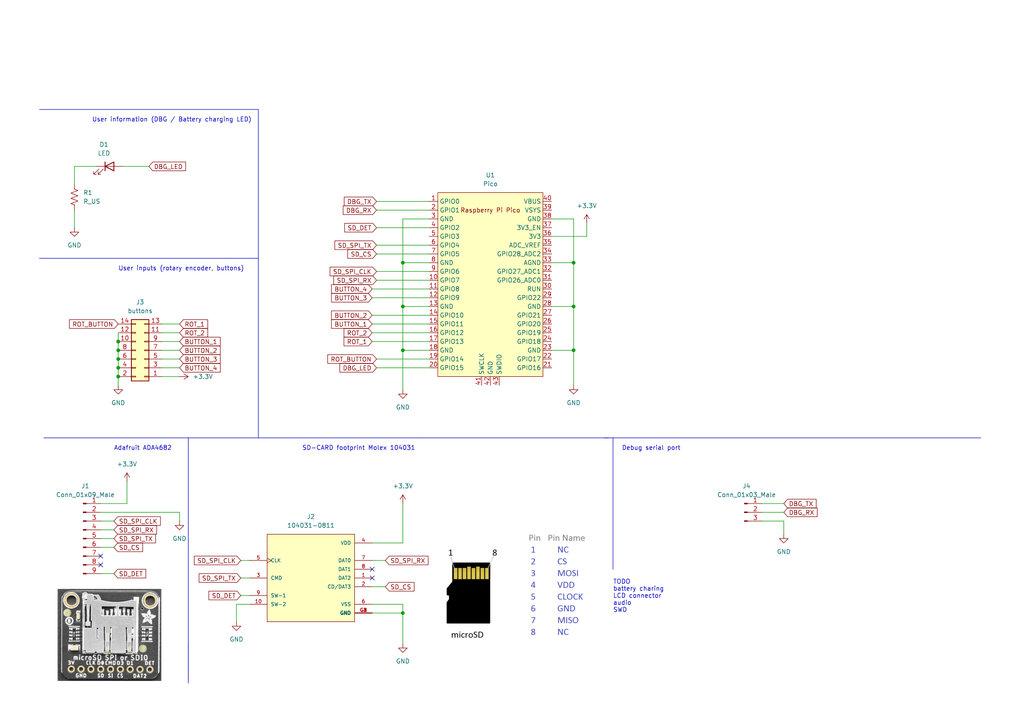
<source format=kicad_sch>
(kicad_sch (version 20230121) (generator eeschema)
  (paper "A4")
  (lib_symbols
    (symbol "104031-0811:104031-0811" (pin_names (offset 1.016))
      (property "Reference" "J" (at -12.7 13.462 0))
      (property "Value" "104031-0811" (at -12.7 -15.24 0))
      (symbol "104031-0811_0_0"
        (rectangle (start -12.7 -12.7) (end 12.7 12.7) (stroke (width 0.1524)) (fill (type background)))
        (pin bidirectional line (at 17.78 0 180) (length 5.08) (name "DAT2") (number "1"))
        (pin passive line (at -17.78 -7.62 0) (length 5.08) (name "SW-2") (number "10"))
        (pin bidirectional line (at 17.78 -2.54 180) (length 5.08) (name "CD/DAT3") (number "2"))
        (pin bidirectional line (at -17.78 0 0) (length 5.08) (name "CMD") (number "3"))
        (pin power_in line (at 17.78 10.16 180) (length 5.08) (name "VDD") (number "4"))
        (pin input clock (at -17.78 5.08 0) (length 5.08) (name "CLK") (number "5"))
        (pin power_in line (at 17.78 -7.62 180) (length 5.08) (name "VSS") (number "6"))
        (pin bidirectional line (at 17.78 5.08 180) (length 5.08) (name "DAT0") (number "7"))
        (pin bidirectional line (at 17.78 2.54 180) (length 5.08) (name "DAT1") (number "8"))
        (pin passive line (at -17.78 -5.08 0) (length 5.08) (name "SW-1") (number "9"))
        (pin power_in line (at 17.78 -10.16 180) (length 5.08) (name "GND") (number "G1"))
        (pin power_in line (at 17.78 -10.16 180) (length 5.08) (name "GND") (number "G2"))
        (pin power_in line (at 17.78 -10.16 180) (length 5.08) (name "GND") (number "G3"))
        (pin power_in line (at 17.78 -10.16 180) (length 5.08) (name "GND") (number "G4"))
      )
    )
    (symbol "Connector:Conn_01x03_Male" (pin_names (offset 1.016) hide)
      (property "Reference" "J" (at 0 5.08 0))
      (property "Value" "Conn_01x03_Male" (at 0 -5.08 0))
      (symbol "Conn_01x03_Male_1_1"
        (polyline (pts (xy 1.27 -2.54) (xy 0.8636 -2.54)) (stroke (width 0.1524)))
        (polyline (pts (xy 1.27 0) (xy 0.8636 0)) (stroke (width 0.1524)))
        (polyline (pts (xy 1.27 2.54) (xy 0.8636 2.54)) (stroke (width 0.1524)))
        (rectangle (start 0.8636 -2.413) (end 0 -2.667) (stroke (width 0.1524)) (fill (type outline)))
        (rectangle (start 0.8636 0.127) (end 0 -0.127) (stroke (width 0.1524)) (fill (type outline)))
        (rectangle (start 0.8636 2.667) (end 0 2.413) (stroke (width 0.1524)) (fill (type outline)))
        (pin passive line (at 5.08 2.54 180) (length 3.81) (name "Pin_1") (number "1"))
        (pin passive line (at 5.08 0 180) (length 3.81) (name "Pin_2") (number "2"))
        (pin passive line (at 5.08 -2.54 180) (length 3.81) (name "Pin_3") (number "3"))
      )
    )
    (symbol "Connector:Conn_01x09_Male" (pin_names (offset 1.016) hide)
      (property "Reference" "J" (at 0 12.7 0))
      (property "Value" "Conn_01x09_Male" (at 0 -12.7 0))
      (symbol "Conn_01x09_Male_1_1"
        (polyline (pts (xy 1.27 -10.16) (xy 0.8636 -10.16)) (stroke (width 0.1524)))
        (polyline (pts (xy 1.27 -7.62) (xy 0.8636 -7.62)) (stroke (width 0.1524)))
        (polyline (pts (xy 1.27 -5.08) (xy 0.8636 -5.08)) (stroke (width 0.1524)))
        (polyline (pts (xy 1.27 -2.54) (xy 0.8636 -2.54)) (stroke (width 0.1524)))
        (polyline (pts (xy 1.27 0) (xy 0.8636 0)) (stroke (width 0.1524)))
        (polyline (pts (xy 1.27 2.54) (xy 0.8636 2.54)) (stroke (width 0.1524)))
        (polyline (pts (xy 1.27 5.08) (xy 0.8636 5.08)) (stroke (width 0.1524)))
        (polyline (pts (xy 1.27 7.62) (xy 0.8636 7.62)) (stroke (width 0.1524)))
        (polyline (pts (xy 1.27 10.16) (xy 0.8636 10.16)) (stroke (width 0.1524)))
        (rectangle (start 0.8636 -10.033) (end 0 -10.287) (stroke (width 0.1524)) (fill (type outline)))
        (rectangle (start 0.8636 -7.493) (end 0 -7.747) (stroke (width 0.1524)) (fill (type outline)))
        (rectangle (start 0.8636 -4.953) (end 0 -5.207) (stroke (width 0.1524)) (fill (type outline)))
        (rectangle (start 0.8636 -2.413) (end 0 -2.667) (stroke (width 0.1524)) (fill (type outline)))
        (rectangle (start 0.8636 0.127) (end 0 -0.127) (stroke (width 0.1524)) (fill (type outline)))
        (rectangle (start 0.8636 2.667) (end 0 2.413) (stroke (width 0.1524)) (fill (type outline)))
        (rectangle (start 0.8636 5.207) (end 0 4.953) (stroke (width 0.1524)) (fill (type outline)))
        (rectangle (start 0.8636 7.747) (end 0 7.493) (stroke (width 0.1524)) (fill (type outline)))
        (rectangle (start 0.8636 10.287) (end 0 10.033) (stroke (width 0.1524)) (fill (type outline)))
        (pin passive line (at 5.08 10.16 180) (length 3.81) (name "Pin_1") (number "1"))
        (pin passive line (at 5.08 7.62 180) (length 3.81) (name "Pin_2") (number "2"))
        (pin passive line (at 5.08 5.08 180) (length 3.81) (name "Pin_3") (number "3"))
        (pin passive line (at 5.08 2.54 180) (length 3.81) (name "Pin_4") (number "4"))
        (pin passive line (at 5.08 0 180) (length 3.81) (name "Pin_5") (number "5"))
        (pin passive line (at 5.08 -2.54 180) (length 3.81) (name "Pin_6") (number "6"))
        (pin passive line (at 5.08 -5.08 180) (length 3.81) (name "Pin_7") (number "7"))
        (pin passive line (at 5.08 -7.62 180) (length 3.81) (name "Pin_8") (number "8"))
        (pin passive line (at 5.08 -10.16 180) (length 3.81) (name "Pin_9") (number "9"))
      )
    )
    (symbol "Connector_Generic:Conn_02x07_Odd_Even" (pin_names (offset 1.016) hide)
      (property "Reference" "J" (at 1.27 10.16 0))
      (property "Value" "Conn_02x07_Odd_Even" (at 1.27 -10.16 0))
      (symbol "Conn_02x07_Odd_Even_1_1"
        (rectangle (start -1.27 -7.493) (end 0 -7.747) (stroke (width 0.1524)))
        (rectangle (start -1.27 -4.953) (end 0 -5.207) (stroke (width 0.1524)))
        (rectangle (start -1.27 -2.413) (end 0 -2.667) (stroke (width 0.1524)))
        (rectangle (start -1.27 0.127) (end 0 -0.127) (stroke (width 0.1524)))
        (rectangle (start -1.27 2.667) (end 0 2.413) (stroke (width 0.1524)))
        (rectangle (start -1.27 5.207) (end 0 4.953) (stroke (width 0.1524)))
        (rectangle (start -1.27 7.747) (end 0 7.493) (stroke (width 0.1524)))
        (rectangle (start -1.27 8.89) (end 3.81 -8.89) (stroke (width 0.254)) (fill (type background)))
        (rectangle (start 3.81 -7.493) (end 2.54 -7.747) (stroke (width 0.1524)))
        (rectangle (start 3.81 -4.953) (end 2.54 -5.207) (stroke (width 0.1524)))
        (rectangle (start 3.81 -2.413) (end 2.54 -2.667) (stroke (width 0.1524)))
        (rectangle (start 3.81 0.127) (end 2.54 -0.127) (stroke (width 0.1524)))
        (rectangle (start 3.81 2.667) (end 2.54 2.413) (stroke (width 0.1524)))
        (rectangle (start 3.81 5.207) (end 2.54 4.953) (stroke (width 0.1524)))
        (rectangle (start 3.81 7.747) (end 2.54 7.493) (stroke (width 0.1524)))
        (pin passive line (at -5.08 7.62 0) (length 3.81) (name "Pin_1") (number "1"))
        (pin passive line (at 7.62 -2.54 180) (length 3.81) (name "Pin_10") (number "10"))
        (pin passive line (at -5.08 -5.08 0) (length 3.81) (name "Pin_11") (number "11"))
        (pin passive line (at 7.62 -5.08 180) (length 3.81) (name "Pin_12") (number "12"))
        (pin passive line (at -5.08 -7.62 0) (length 3.81) (name "Pin_13") (number "13"))
        (pin passive line (at 7.62 -7.62 180) (length 3.81) (name "Pin_14") (number "14"))
        (pin passive line (at 7.62 7.62 180) (length 3.81) (name "Pin_2") (number "2"))
        (pin passive line (at -5.08 5.08 0) (length 3.81) (name "Pin_3") (number "3"))
        (pin passive line (at 7.62 5.08 180) (length 3.81) (name "Pin_4") (number "4"))
        (pin passive line (at -5.08 2.54 0) (length 3.81) (name "Pin_5") (number "5"))
        (pin passive line (at 7.62 2.54 180) (length 3.81) (name "Pin_6") (number "6"))
        (pin passive line (at -5.08 0 0) (length 3.81) (name "Pin_7") (number "7"))
        (pin passive line (at 7.62 0 180) (length 3.81) (name "Pin_8") (number "8"))
        (pin passive line (at -5.08 -2.54 0) (length 3.81) (name "Pin_9") (number "9"))
      )
    )
    (symbol "Device:LED" (pin_numbers hide) (pin_names (offset 1.016) hide)
      (property "Reference" "D" (at 0 2.54 0))
      (property "Value" "LED" (at 0 -2.54 0))
      (symbol "LED_0_1"
        (polyline (pts (xy -1.27 -1.27) (xy -1.27 1.27)) (stroke (width 0.254)))
        (polyline (pts (xy -1.27 0) (xy 1.27 0)))
        (polyline (pts (xy 1.27 -1.27) (xy 1.27 1.27) (xy -1.27 0) (xy 1.27 -1.27)) (stroke (width 0.254)))
        (polyline (pts (xy -3.048 -0.762) (xy -4.572 -2.286) (xy -3.81 -2.286) (xy -4.572 -2.286) (xy -4.572 -1.524)))
        (polyline (pts (xy -1.778 -0.762) (xy -3.302 -2.286) (xy -2.54 -2.286) (xy -3.302 -2.286) (xy -3.302 -1.524)))
      )
      (symbol "LED_1_1"
        (pin passive line (at -3.81 0 0) (length 2.54) (name "K") (number "1"))
        (pin passive line (at 3.81 0 180) (length 2.54) (name "A") (number "2"))
      )
    )
    (symbol "Device:R_US" (pin_numbers hide) (pin_names (offset 0))
      (property "Reference" "R" (at 2.54 0 90))
      (property "Value" "R_US" (at -2.54 0 90))
      (symbol "R_US_0_1"
        (polyline (pts (xy 0 -2.286) (xy 0 -2.54)))
        (polyline (pts (xy 0 2.286) (xy 0 2.54)))
        (polyline (pts (xy 0 -0.762) (xy 1.016 -1.143) (xy 0 -1.524) (xy -1.016 -1.905) (xy 0 -2.286)))
        (polyline (pts (xy 0 0.762) (xy 1.016 0.381) (xy 0 0) (xy -1.016 -0.381) (xy 0 -0.762)))
        (polyline (pts (xy 0 2.286) (xy 1.016 1.905) (xy 0 1.524) (xy -1.016 1.143) (xy 0 0.762)))
      )
      (symbol "R_US_1_1"
        (pin passive line (at 0 3.81 270) (length 1.27) (name "~") (number "1"))
        (pin passive line (at 0 -3.81 90) (length 1.27) (name "~") (number "2"))
      )
    )
    (symbol "MCU_RaspberryPi_and_Boards:Pico"
      (property "Reference" "U" (at -13.97 27.94 0))
      (property "Value" "Pico" (at 0 19.05 0))
      (symbol "Pico_0_0"
        (text "Raspberry Pi Pico" (at 0 21.59 0) (effects (font (size 1.27 1.27))))
      )
      (symbol "Pico_0_1"
        (rectangle (start -15.24 26.67) (end 15.24 -26.67) (fill (type background)))
      )
      (symbol "Pico_1_1"
        (pin bidirectional line (at -17.78 24.13 0) (length 2.54) (name "GPIO0") (number "1"))
        (pin bidirectional line (at -17.78 1.27 0) (length 2.54) (name "GPIO7") (number "10"))
        (pin bidirectional line (at -17.78 -1.27 0) (length 2.54) (name "GPIO8") (number "11"))
        (pin bidirectional line (at -17.78 -3.81 0) (length 2.54) (name "GPIO9") (number "12"))
        (pin power_in line (at -17.78 -6.35 0) (length 2.54) (name "GND") (number "13"))
        (pin bidirectional line (at -17.78 -8.89 0) (length 2.54) (name "GPIO10") (number "14"))
        (pin bidirectional line (at -17.78 -11.43 0) (length 2.54) (name "GPIO11") (number "15"))
        (pin bidirectional line (at -17.78 -13.97 0) (length 2.54) (name "GPIO12") (number "16"))
        (pin bidirectional line (at -17.78 -16.51 0) (length 2.54) (name "GPIO13") (number "17"))
        (pin power_in line (at -17.78 -19.05 0) (length 2.54) (name "GND") (number "18"))
        (pin bidirectional line (at -17.78 -21.59 0) (length 2.54) (name "GPIO14") (number "19"))
        (pin bidirectional line (at -17.78 21.59 0) (length 2.54) (name "GPIO1") (number "2"))
        (pin bidirectional line (at -17.78 -24.13 0) (length 2.54) (name "GPIO15") (number "20"))
        (pin bidirectional line (at 17.78 -24.13 180) (length 2.54) (name "GPIO16") (number "21"))
        (pin bidirectional line (at 17.78 -21.59 180) (length 2.54) (name "GPIO17") (number "22"))
        (pin power_in line (at 17.78 -19.05 180) (length 2.54) (name "GND") (number "23"))
        (pin bidirectional line (at 17.78 -16.51 180) (length 2.54) (name "GPIO18") (number "24"))
        (pin bidirectional line (at 17.78 -13.97 180) (length 2.54) (name "GPIO19") (number "25"))
        (pin bidirectional line (at 17.78 -11.43 180) (length 2.54) (name "GPIO20") (number "26"))
        (pin bidirectional line (at 17.78 -8.89 180) (length 2.54) (name "GPIO21") (number "27"))
        (pin power_in line (at 17.78 -6.35 180) (length 2.54) (name "GND") (number "28"))
        (pin bidirectional line (at 17.78 -3.81 180) (length 2.54) (name "GPIO22") (number "29"))
        (pin power_in line (at -17.78 19.05 0) (length 2.54) (name "GND") (number "3"))
        (pin input line (at 17.78 -1.27 180) (length 2.54) (name "RUN") (number "30"))
        (pin bidirectional line (at 17.78 1.27 180) (length 2.54) (name "GPIO26_ADC0") (number "31"))
        (pin bidirectional line (at 17.78 3.81 180) (length 2.54) (name "GPIO27_ADC1") (number "32"))
        (pin power_in line (at 17.78 6.35 180) (length 2.54) (name "AGND") (number "33"))
        (pin bidirectional line (at 17.78 8.89 180) (length 2.54) (name "GPIO28_ADC2") (number "34"))
        (pin power_in line (at 17.78 11.43 180) (length 2.54) (name "ADC_VREF") (number "35"))
        (pin power_in line (at 17.78 13.97 180) (length 2.54) (name "3V3") (number "36"))
        (pin input line (at 17.78 16.51 180) (length 2.54) (name "3V3_EN") (number "37"))
        (pin bidirectional line (at 17.78 19.05 180) (length 2.54) (name "GND") (number "38"))
        (pin power_in line (at 17.78 21.59 180) (length 2.54) (name "VSYS") (number "39"))
        (pin bidirectional line (at -17.78 16.51 0) (length 2.54) (name "GPIO2") (number "4"))
        (pin power_in line (at 17.78 24.13 180) (length 2.54) (name "VBUS") (number "40"))
        (pin input line (at -2.54 -29.21 90) (length 2.54) (name "SWCLK") (number "41"))
        (pin power_in line (at 0 -29.21 90) (length 2.54) (name "GND") (number "42"))
        (pin bidirectional line (at 2.54 -29.21 90) (length 2.54) (name "SWDIO") (number "43"))
        (pin bidirectional line (at -17.78 13.97 0) (length 2.54) (name "GPIO3") (number "5"))
        (pin bidirectional line (at -17.78 11.43 0) (length 2.54) (name "GPIO4") (number "6"))
        (pin bidirectional line (at -17.78 8.89 0) (length 2.54) (name "GPIO5") (number "7"))
        (pin power_in line (at -17.78 6.35 0) (length 2.54) (name "GND") (number "8"))
        (pin bidirectional line (at -17.78 3.81 0) (length 2.54) (name "GPIO6") (number "9"))
      )
    )
    (symbol "power:+3.3V" (power) (pin_names (offset 0))
      (property "Value" "+3.3V" (at 0 3.556 0))
      (symbol "+3.3V_0_1"
        (polyline (pts (xy -0.762 1.27) (xy 0 2.54)))
        (polyline (pts (xy 0 0) (xy 0 2.54)))
        (polyline (pts (xy 0 2.54) (xy 0.762 1.27)))
      )
      (symbol "+3.3V_1_1"
        (pin power_in line (at 0 0 90) (length 0) hide (name "+3.3V") (number "1"))
      )
    )
    (symbol "power:GND" (power) (pin_names (offset 0))
      (property "Value" "GND" (at 0 -3.81 0))
      (symbol "GND_0_1"
        (polyline (pts (xy 0 0) (xy 0 -1.27) (xy 1.27 -1.27) (xy 0 -2.54) (xy -1.27 -1.27) (xy 0 -1.27)))
      )
      (symbol "GND_1_1"
        (pin power_in line (at 0 0 270) (length 0) hide (name "GND") (number "1"))
      )
    )
  )
  (junction (at 34.29 99.06))
  (junction (at 34.29 101.6))
  (junction (at 34.29 106.68))
  (junction (at 34.29 104.14))
  (junction (at 34.29 109.22))
  (junction (at 116.84 88.9))
  (junction (at 166.37 76.2))
  (junction (at 116.84 101.6))
  (junction (at 116.84 76.2))
  (junction (at 116.84 177.8))
  (junction (at 166.37 88.9))
  (junction (at 166.37 101.6))
  (no_connect (at 29.21 161.29))
  (no_connect (at 107.95 167.64))
  (no_connect (at 107.95 165.1))
  (no_connect (at 29.21 163.83))
  (wire (pts (xy 34.29 106.68) (xy 34.29 109.22)))
  (wire (pts (xy 68.58 175.26) (xy 68.58 180.34)))
  (wire (pts (xy 107.95 96.52) (xy 124.46 96.52)))
  (wire (pts (xy 52.07 148.59) (xy 52.07 151.13)))
  (wire (pts (xy 107.95 170.18) (xy 111.76 170.18)))
  (wire (pts (xy 116.84 157.48) (xy 116.84 146.05)))
  (polyline (pts (xy 11.43 74.93) (xy 74.93 74.93)))
  (wire (pts (xy 166.37 88.9) (xy 166.37 101.6)))
  (wire (pts (xy 36.83 146.05) (xy 36.83 139.7)))
  (wire (pts (xy 34.29 96.52) (xy 34.29 99.06)))
  (wire (pts (xy 46.99 96.52) (xy 52.07 96.52)))
  (wire (pts (xy 109.22 81.28) (xy 124.46 81.28)))
  (wire (pts (xy 220.98 146.05) (xy 227.33 146.05)))
  (polyline (pts (xy 74.93 127) (xy 74.93 74.93)))
  (wire (pts (xy 116.84 76.2) (xy 116.84 88.9)))
  (polyline (pts (xy 11.43 31.75) (xy 74.93 31.75)))
  (wire (pts (xy 109.22 66.04) (xy 124.46 66.04)))
  (wire (pts (xy 46.99 104.14) (xy 52.07 104.14)))
  (wire (pts (xy 69.85 162.56) (xy 72.39 162.56)))
  (wire (pts (xy 166.37 63.5) (xy 166.37 76.2)))
  (wire (pts (xy 109.22 106.68) (xy 124.46 106.68)))
  (wire (pts (xy 220.98 151.13) (xy 227.33 151.13)))
  (wire (pts (xy 69.85 172.72) (xy 72.39 172.72)))
  (wire (pts (xy 46.99 101.6) (xy 52.07 101.6)))
  (wire (pts (xy 107.95 177.8) (xy 116.84 177.8)))
  (wire (pts (xy 21.59 48.26) (xy 21.59 53.34)))
  (wire (pts (xy 29.21 148.59) (xy 52.07 148.59)))
  (wire (pts (xy 220.98 148.59) (xy 227.33 148.59)))
  (wire (pts (xy 29.21 156.21) (xy 33.02 156.21)))
  (wire (pts (xy 29.21 146.05) (xy 36.83 146.05)))
  (wire (pts (xy 46.99 106.68) (xy 52.07 106.68)))
  (wire (pts (xy 166.37 76.2) (xy 166.37 88.9)))
  (wire (pts (xy 116.84 76.2) (xy 124.46 76.2)))
  (polyline (pts (xy 177.8 127) (xy 175.26 127)))
  (polyline (pts (xy 12.7 127) (xy 121.92 127)))
  (wire (pts (xy 29.21 158.75) (xy 33.02 158.75)))
  (wire (pts (xy 109.22 78.74) (xy 124.46 78.74)))
  (wire (pts (xy 69.85 167.64) (xy 72.39 167.64)))
  (polyline (pts (xy 177.8 165.1) (xy 177.8 127)))
  (wire (pts (xy 21.59 60.96) (xy 21.59 66.04)))
  (wire (pts (xy 116.84 88.9) (xy 124.46 88.9)))
  (wire (pts (xy 29.21 151.13) (xy 33.02 151.13)))
  (wire (pts (xy 107.95 93.98) (xy 124.46 93.98)))
  (wire (pts (xy 109.22 71.12) (xy 124.46 71.12)))
  (wire (pts (xy 116.84 101.6) (xy 116.84 113.03)))
  (wire (pts (xy 116.84 177.8) (xy 116.84 186.69)))
  (wire (pts (xy 107.95 157.48) (xy 116.84 157.48)))
  (wire (pts (xy 29.21 166.37) (xy 33.02 166.37)))
  (polyline (pts (xy 121.92 127) (xy 176.53 127)))
  (wire (pts (xy 34.29 99.06) (xy 34.29 101.6)))
  (wire (pts (xy 160.02 101.6) (xy 166.37 101.6)))
  (wire (pts (xy 107.95 99.06) (xy 124.46 99.06)))
  (wire (pts (xy 27.94 48.26) (xy 21.59 48.26)))
  (wire (pts (xy 160.02 88.9) (xy 166.37 88.9)))
  (wire (pts (xy 109.22 104.14) (xy 124.46 104.14)))
  (wire (pts (xy 34.29 109.22) (xy 34.29 111.76)))
  (wire (pts (xy 116.84 88.9) (xy 116.84 101.6)))
  (polyline (pts (xy 54.61 186.69) (xy 54.61 196.85)))
  (wire (pts (xy 46.99 93.98) (xy 52.07 93.98)))
  (wire (pts (xy 109.22 73.66) (xy 124.46 73.66)))
  (wire (pts (xy 116.84 101.6) (xy 124.46 101.6)))
  (wire (pts (xy 46.99 99.06) (xy 52.07 99.06)))
  (wire (pts (xy 72.39 175.26) (xy 68.58 175.26)))
  (wire (pts (xy 124.46 63.5) (xy 116.84 63.5)))
  (wire (pts (xy 35.56 48.26) (xy 43.18 48.26)))
  (wire (pts (xy 160.02 76.2) (xy 166.37 76.2)))
  (polyline (pts (xy 54.61 127) (xy 54.61 198.12)))
  (wire (pts (xy 107.95 91.44) (xy 124.46 91.44)))
  (wire (pts (xy 107.95 83.82) (xy 124.46 83.82)))
  (wire (pts (xy 29.21 153.67) (xy 33.02 153.67)))
  (wire (pts (xy 107.95 86.36) (xy 124.46 86.36)))
  (wire (pts (xy 34.29 101.6) (xy 34.29 104.14)))
  (wire (pts (xy 166.37 101.6) (xy 166.37 111.76)))
  (wire (pts (xy 34.29 104.14) (xy 34.29 106.68)))
  (wire (pts (xy 116.84 175.26) (xy 116.84 177.8)))
  (wire (pts (xy 109.22 58.42) (xy 124.46 58.42)))
  (wire (pts (xy 116.84 63.5) (xy 116.84 76.2)))
  (wire (pts (xy 107.95 175.26) (xy 116.84 175.26)))
  (wire (pts (xy 170.18 68.58) (xy 170.18 64.77)))
  (wire (pts (xy 109.22 60.96) (xy 124.46 60.96)))
  (wire (pts (xy 227.33 151.13) (xy 227.33 154.94)))
  (wire (pts (xy 46.99 109.22) (xy 52.07 109.22)))
  (polyline (pts (xy 177.8 127) (xy 284.48 127)))
  (polyline (pts (xy 74.93 74.93) (xy 74.93 31.75)))
  (wire (pts (xy 107.95 162.56) (xy 111.76 162.56)))
  (wire (pts (xy 160.02 63.5) (xy 166.37 63.5)))
  (wire (pts (xy 160.02 68.58) (xy 170.18 68.58)))
  (image (at 31.75 184.15) (scale 0.50724))
  (image (at 149.86 168.91) (scale 0.682611))
  (text "SD-CARD footprint Molex 104031" (at 87.63 130.81 0) (effects (font (size 1.27 1.27)) (justify left bottom)))
  (text "TODO\nbattery charing\nLCD connector\naudio\nSWD" (at 177.8 177.8 0) (effects (font (size 1.27 1.27)) (justify left bottom)))
  (text "Adafruit ADA4682" (at 33.02 130.81 0) (effects (font (size 1.27 1.27)) (justify left bottom)))
  (text "User inputs (rotary encoder, buttons)" (at 34.29 78.74 0) (effects (font (size 1.27 1.27)) (justify left bottom)))
  (text "User information (DBG / Battery charging LED)" (at 26.67 35.56 0) (effects (font (size 1.27 1.27)) (justify left bottom)))
  (text "Debug serial port" (at 180.34 130.81 0) (effects (font (size 1.27 1.27)) (justify left bottom)))
  (global_label "SD_SPI_RX" (shape input) (at 111.76 162.56 0) (property "Intersheetrefs" "${INTERSHEET_REFS}" (effects hide)) (property "Références Inter-Feuilles" "${INTERSHEET_REFS}" (effects hide)))
  (global_label "DBG_RX" (shape input) (at 109.22 60.96 180) (property "Intersheetrefs" "${INTERSHEET_REFS}" (effects hide)) (property "Références Inter-Feuilles" "${INTERSHEET_REFS}" (effects hide)))
  (global_label "ROT_BUTTON" (shape input) (at 109.22 104.14 180) (property "Intersheetrefs" "${INTERSHEET_REFS}" (effects hide)) (property "Références Inter-Feuilles" "${INTERSHEET_REFS}" (effects hide)))
  (global_label "BUTTON_4" (shape input) (at 52.07 106.68 0) (property "Intersheetrefs" "${INTERSHEET_REFS}" (effects hide)) (property "Références Inter-Feuilles" "${INTERSHEET_REFS}" (effects hide)))
  (global_label "SD_SPI_TX" (shape input) (at 33.02 156.21 0) (property "Intersheetrefs" "${INTERSHEET_REFS}" (effects hide)) (property "Références Inter-Feuilles" "${INTERSHEET_REFS}" (effects hide)))
  (global_label "DBG_RX" (shape input) (at 227.33 148.59 0) (property "Intersheetrefs" "${INTERSHEET_REFS}" (effects hide)) (property "Références Inter-Feuilles" "${INTERSHEET_REFS}" (effects hide)))
  (global_label "ROT_2" (shape input) (at 52.07 96.52 0) (property "Intersheetrefs" "${INTERSHEET_REFS}" (effects hide)) (property "Références Inter-Feuilles" "${INTERSHEET_REFS}" (effects hide)))
  (global_label "SD_SPI_CLK" (shape input) (at 109.22 78.74 180) (property "Intersheetrefs" "${INTERSHEET_REFS}" (effects hide)) (property "Références Inter-Feuilles" "${INTERSHEET_REFS}" (effects hide)))
  (global_label "SD_SPI_CLK" (shape input) (at 33.02 151.13 0) (property "Intersheetrefs" "${INTERSHEET_REFS}" (effects hide)) (property "Références Inter-Feuilles" "${INTERSHEET_REFS}" (effects hide)))
  (global_label "ROT_1" (shape input) (at 107.95 99.06 180) (property "Intersheetrefs" "${INTERSHEET_REFS}" (effects hide)) (property "Références Inter-Feuilles" "${INTERSHEET_REFS}" (effects hide)))
  (global_label "BUTTON_1" (shape input) (at 52.07 99.06 0) (property "Intersheetrefs" "${INTERSHEET_REFS}" (effects hide)) (property "Références Inter-Feuilles" "${INTERSHEET_REFS}" (effects hide)))
  (global_label "BUTTON_1" (shape input) (at 107.95 93.98 180) (property "Intersheetrefs" "${INTERSHEET_REFS}" (effects hide)) (property "Références Inter-Feuilles" "${INTERSHEET_REFS}" (effects hide)))
  (global_label "SD_SPI_TX" (shape input) (at 109.22 71.12 180) (property "Intersheetrefs" "${INTERSHEET_REFS}" (effects hide)) (property "Références Inter-Feuilles" "${INTERSHEET_REFS}" (effects hide)))
  (global_label "SD_DET" (shape input) (at 69.85 172.72 180) (property "Intersheetrefs" "${INTERSHEET_REFS}" (effects hide)) (property "Références Inter-Feuilles" "${INTERSHEET_REFS}" (effects hide)))
  (global_label "DBG_LED" (shape input) (at 109.22 106.68 180) (property "Intersheetrefs" "${INTERSHEET_REFS}" (effects hide)) (property "Références Inter-Feuilles" "${INTERSHEET_REFS}" (effects hide)))
  (global_label "BUTTON_2" (shape input) (at 52.07 101.6 0) (property "Intersheetrefs" "${INTERSHEET_REFS}" (effects hide)) (property "Références Inter-Feuilles" "${INTERSHEET_REFS}" (effects hide)))
  (global_label "ROT_1" (shape input) (at 52.07 93.98 0) (property "Intersheetrefs" "${INTERSHEET_REFS}" (effects hide)) (property "Références Inter-Feuilles" "${INTERSHEET_REFS}" (effects hide)))
  (global_label "BUTTON_2" (shape input) (at 107.95 91.44 180) (property "Intersheetrefs" "${INTERSHEET_REFS}" (effects hide)) (property "Références Inter-Feuilles" "${INTERSHEET_REFS}" (effects hide)))
  (global_label "SD_CS" (shape input) (at 111.76 170.18 0) (property "Intersheetrefs" "${INTERSHEET_REFS}" (effects hide)) (property "Références Inter-Feuilles" "${INTERSHEET_REFS}" (effects hide)))
  (global_label "DBG_TX" (shape input) (at 227.33 146.05 0) (property "Intersheetrefs" "${INTERSHEET_REFS}" (effects hide)) (property "Références Inter-Feuilles" "${INTERSHEET_REFS}" (effects hide)))
  (global_label "SD_CS" (shape input) (at 33.02 158.75 0) (property "Intersheetrefs" "${INTERSHEET_REFS}" (effects hide)) (property "Références Inter-Feuilles" "${INTERSHEET_REFS}" (effects hide)))
  (global_label "SD_DET" (shape input) (at 109.22 66.04 180) (property "Intersheetrefs" "${INTERSHEET_REFS}" (effects hide)) (property "Références Inter-Feuilles" "${INTERSHEET_REFS}" (effects hide)))
  (global_label "SD_SPI_RX" (shape input) (at 33.02 153.67 0) (property "Intersheetrefs" "${INTERSHEET_REFS}" (effects hide)) (property "Références Inter-Feuilles" "${INTERSHEET_REFS}" (effects hide)))
  (global_label "BUTTON_4" (shape input) (at 107.95 83.82 180) (property "Intersheetrefs" "${INTERSHEET_REFS}" (effects hide)) (property "Références Inter-Feuilles" "${INTERSHEET_REFS}" (effects hide)))
  (global_label "SD_SPI_RX" (shape input) (at 109.22 81.28 180) (property "Intersheetrefs" "${INTERSHEET_REFS}" (effects hide)) (property "Références Inter-Feuilles" "${INTERSHEET_REFS}" (effects hide)))
  (global_label "ROT_BUTTON" (shape input) (at 34.29 93.98 180) (property "Intersheetrefs" "${INTERSHEET_REFS}" (effects hide)) (property "Références Inter-Feuilles" "${INTERSHEET_REFS}" (effects hide)))
  (global_label "SD_DET" (shape input) (at 33.02 166.37 0) (property "Intersheetrefs" "${INTERSHEET_REFS}" (effects hide)) (property "Références Inter-Feuilles" "${INTERSHEET_REFS}" (effects hide)))
  (global_label "SD_SPI_CLK" (shape input) (at 69.85 162.56 180) (property "Intersheetrefs" "${INTERSHEET_REFS}" (effects hide)) (property "Références Inter-Feuilles" "${INTERSHEET_REFS}" (effects hide)))
  (global_label "ROT_2" (shape input) (at 107.95 96.52 180) (property "Intersheetrefs" "${INTERSHEET_REFS}" (effects hide)) (property "Références Inter-Feuilles" "${INTERSHEET_REFS}" (effects hide)))
  (global_label "DBG_LED" (shape input) (at 43.18 48.26 0) (property "Intersheetrefs" "${INTERSHEET_REFS}" (effects hide)) (property "Références Inter-Feuilles" "${INTERSHEET_REFS}" (effects hide)))
  (global_label "DBG_TX" (shape input) (at 109.22 58.42 180) (property "Intersheetrefs" "${INTERSHEET_REFS}" (effects hide)) (property "Références Inter-Feuilles" "${INTERSHEET_REFS}" (effects hide)))
  (global_label "SD_CS" (shape input) (at 109.22 73.66 180) (property "Intersheetrefs" "${INTERSHEET_REFS}" (effects hide)) (property "Références Inter-Feuilles" "${INTERSHEET_REFS}" (effects hide)))
  (global_label "BUTTON_3" (shape input) (at 52.07 104.14 0) (property "Intersheetrefs" "${INTERSHEET_REFS}" (effects hide)) (property "Références Inter-Feuilles" "${INTERSHEET_REFS}" (effects hide)))
  (global_label "BUTTON_3" (shape input) (at 107.95 86.36 180) (property "Intersheetrefs" "${INTERSHEET_REFS}" (effects hide)) (property "Références Inter-Feuilles" "${INTERSHEET_REFS}" (effects hide)))
  (global_label "SD_SPI_TX" (shape input) (at 69.85 167.64 180) (property "Intersheetrefs" "${INTERSHEET_REFS}" (effects hide)) (property "Références Inter-Feuilles" "${INTERSHEET_REFS}" (effects hide)))
  (symbol (lib_id "Device:LED") (at 31.75 48.26 0) (unit 1)
    (property "Reference" "D1" (at 30.1625 41.91 0))
    (property "Value" "LED" (at 30.1625 44.45 0))
    (property "Footprint" "LED_THT:LED_D3.0mm" (effects hide))
  )
  (symbol (lib_id "power:+3.3V") (at 170.18 64.77 0) (unit 1)
    (property "Reference" "#PWR07" (effects hide))
    (property "Value" "+3.3V" (at 170.18 59.69 0))
  )
  (symbol (lib_id "power:+3.3V") (at 52.07 109.22 270) (unit 1)
    (property "Reference" "#PWR0104" (effects hide))
    (property "Value" "+3.3V" (at 55.88 109.22 90) (effects (justify left)))
  )
  (symbol (lib_id "Device:R_US") (at 21.59 57.15 0) (unit 1)
    (property "Reference" "R1" (at 24.13 55.8799 0) (effects (justify left)))
    (property "Value" "R_US" (at 24.13 58.4199 0) (effects (justify left)))
    (property "Footprint" "Resistor_THT:R_Axial_DIN0207_L6.3mm_D2.5mm_P10.16mm_Horizontal" (effects hide))
  )
  (symbol (lib_id "power:GND") (at 227.33 154.94 0) (unit 1)
    (property "Reference" "#PWR0103" (effects hide))
    (property "Value" "GND" (at 227.33 160.02 0))
  )
  (symbol (lib_id "power:GND") (at 52.07 151.13 0) (unit 1)
    (property "Reference" "#PWR02" (effects hide))
    (property "Value" "GND" (at 52.07 156.21 0))
  )
  (symbol (lib_id "power:GND") (at 166.37 111.76 0) (unit 1)
    (property "Reference" "#PWR0102" (effects hide))
    (property "Value" "GND" (at 166.37 116.84 0))
  )
  (symbol (lib_id "MCU_RaspberryPi_and_Boards:Pico") (at 142.24 82.55 0) (unit 1)
    (property "Reference" "U1" (at 142.24 50.8 0))
    (property "Value" "Pico" (at 142.24 53.34 0))
    (property "Footprint" "MCU_RaspberryPi_and_Boards:RPi_Pico_SMD_TH" (effects hide))
  )
  (symbol (lib_id "power:GND") (at 21.59 66.04 0) (unit 1)
    (property "Reference" "#PWR0106" (effects hide))
    (property "Value" "GND" (at 21.59 71.12 0))
  )
  (symbol (lib_id "power:GND") (at 68.58 180.34 0) (unit 1)
    (property "Reference" "#PWR03" (effects hide))
    (property "Value" "GND" (at 68.58 185.42 0))
  )
  (symbol (lib_id "Connector:Conn_01x09_Male") (at 24.13 156.21 0) (unit 1)
    (property "Reference" "J1" (at 24.765 140.97 0))
    (property "Value" "Conn_01x09_Male" (at 24.765 143.51 0))
    (property "Footprint" "Connector_PinHeader_2.54mm:PinHeader_1x09_P2.54mm_Vertical" (effects hide))
  )
  (symbol (lib_id "power:GND") (at 34.29 111.76 0) (unit 1)
    (property "Reference" "#PWR04" (effects hide))
    (property "Value" "GND" (at 34.29 116.84 0))
  )
  (symbol (lib_id "104031-0811:104031-0811") (at 90.17 167.64 0) (unit 1)
    (property "Reference" "J2" (at 90.17 149.86 0))
    (property "Value" "104031-0811" (at 90.17 152.4 0))
    (property "Footprint" "Connector_Card:microSD_HC_Molex_104031-0811" (effects hide))
    (property "PARTREV" "B2" (effects hide))
    (property "STANDARD" "Manufacturer Recommendations" (effects hide))
    (property "MAXIMUM_PACKAGE_HEIGHT" "1.57mm" (effects hide))
    (property "MANUFACTURER" "Molex" (effects hide))
  )
  (symbol (lib_id "power:GND") (at 116.84 113.03 0) (unit 1)
    (property "Reference" "#PWR0101" (effects hide))
    (property "Value" "GND" (at 116.84 118.11 0))
  )
  (symbol (lib_id "Connector_Generic:Conn_02x07_Odd_Even") (at 41.91 101.6 180) (unit 1)
    (property "Reference" "J3" (at 40.64 87.63 0))
    (property "Value" "buttons" (at 40.64 90.17 0))
    (property "Footprint" "Connector_PinHeader_2.54mm:PinHeader_2x07_P2.54mm_Vertical" (effects hide))
  )
  (symbol (lib_id "power:+3.3V") (at 116.84 146.05 0) (unit 1)
    (property "Reference" "#PWR05" (effects hide))
    (property "Value" "+3.3V" (at 116.84 140.97 0))
  )
  (symbol (lib_id "Connector:Conn_01x03_Male") (at 215.9 148.59 0) (unit 1)
    (property "Reference" "J4" (at 216.535 140.97 0))
    (property "Value" "Conn_01x03_Male" (at 216.535 143.51 0))
    (property "Footprint" "Connector_PinHeader_2.54mm:PinHeader_1x03_P2.54mm_Vertical" (effects hide))
  )
  (symbol (lib_id "power:GND") (at 116.84 186.69 0) (unit 1)
    (property "Reference" "#PWR06" (effects hide))
    (property "Value" "GND" (at 116.84 191.77 0))
  )
  (symbol (lib_id "power:+3.3V") (at 36.83 139.7 0) (unit 1)
    (property "Reference" "#PWR01" (effects hide))
    (property "Value" "+3.3V" (at 36.83 134.62 0))
  )
)
</source>
